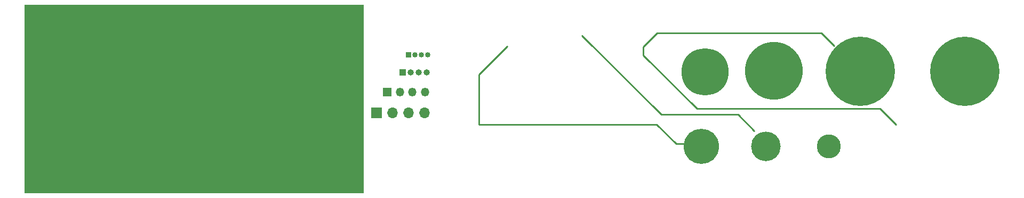
<source format=gbl>
G04 #@! TF.GenerationSoftware,KiCad,Pcbnew,8.0.5*
G04 #@! TF.CreationDate,2024-09-12T21:57:31+02:00*
G04 #@! TF.ProjectId,Ruler_IPRL_KiCad,52756c65-725f-4495-9052-4c5f4b694361,rev?*
G04 #@! TF.SameCoordinates,Original*
G04 #@! TF.FileFunction,Copper,L2,Bot*
G04 #@! TF.FilePolarity,Positive*
%FSLAX46Y46*%
G04 Gerber Fmt 4.6, Leading zero omitted, Abs format (unit mm)*
G04 Created by KiCad (PCBNEW 8.0.5) date 2024-09-12 21:57:31*
%MOMM*%
%LPD*%
G01*
G04 APERTURE LIST*
G04 #@! TA.AperFunction,ComponentPad*
%ADD10R,0.850000X0.850000*%
G04 #@! TD*
G04 #@! TA.AperFunction,ComponentPad*
%ADD11O,0.850000X0.850000*%
G04 #@! TD*
G04 #@! TA.AperFunction,ComponentPad*
%ADD12R,1.000000X1.000000*%
G04 #@! TD*
G04 #@! TA.AperFunction,ComponentPad*
%ADD13O,1.000000X1.000000*%
G04 #@! TD*
G04 #@! TA.AperFunction,ComponentPad*
%ADD14C,7.500000*%
G04 #@! TD*
G04 #@! TA.AperFunction,ComponentPad*
%ADD15C,11.000000*%
G04 #@! TD*
G04 #@! TA.AperFunction,ComponentPad*
%ADD16C,4.700000*%
G04 #@! TD*
G04 #@! TA.AperFunction,ComponentPad*
%ADD17C,3.800000*%
G04 #@! TD*
G04 #@! TA.AperFunction,ComponentPad*
%ADD18R,1.350000X1.350000*%
G04 #@! TD*
G04 #@! TA.AperFunction,ComponentPad*
%ADD19O,1.350000X1.350000*%
G04 #@! TD*
G04 #@! TA.AperFunction,ComponentPad*
%ADD20C,5.600000*%
G04 #@! TD*
G04 #@! TA.AperFunction,ComponentPad*
%ADD21R,1.700000X1.700000*%
G04 #@! TD*
G04 #@! TA.AperFunction,ComponentPad*
%ADD22O,1.700000X1.700000*%
G04 #@! TD*
G04 #@! TA.AperFunction,ComponentPad*
%ADD23C,9.200000*%
G04 #@! TD*
G04 #@! TA.AperFunction,Conductor*
%ADD24C,0.250000*%
G04 #@! TD*
G04 APERTURE END LIST*
G04 #@! TA.AperFunction,Conductor*
G36*
X75000000Y-85000000D02*
G01*
X128885000Y-85000000D01*
X128885000Y-115000000D01*
X75000000Y-115000000D01*
X75000000Y-85000000D01*
G37*
G04 #@! TD.AperFunction*
D10*
X136000000Y-93010000D03*
D11*
X137000000Y-93010000D03*
X138000000Y-93010000D03*
X139000000Y-93010000D03*
D12*
X135020000Y-95740000D03*
D13*
X136290000Y-95740000D03*
X137560000Y-95740000D03*
X138830000Y-95740000D03*
D14*
X183050000Y-95650000D03*
D15*
X207675000Y-95625000D03*
D16*
X192730000Y-107542500D03*
D17*
X202660000Y-107500000D03*
D15*
X224300000Y-95625000D03*
D18*
X132600000Y-98870000D03*
D19*
X134600000Y-98870000D03*
X136600000Y-98870000D03*
X138600000Y-98870000D03*
D20*
X182470000Y-107500000D03*
D21*
X130900000Y-102220000D03*
D22*
X133440000Y-102220000D03*
X135980000Y-102220000D03*
X138520000Y-102220000D03*
D23*
X194000000Y-95525000D03*
D24*
X188267500Y-102500000D02*
X190838489Y-105070989D01*
X176150000Y-102500000D02*
X182810000Y-102500000D01*
X213350000Y-104030000D02*
X210840000Y-101520000D01*
X175460000Y-89500000D02*
X187930000Y-89500000D01*
X181759418Y-101520000D02*
X173270000Y-93030582D01*
X163540000Y-89890000D02*
X176150000Y-102500000D01*
X210840000Y-101520000D02*
X181759418Y-101520000D01*
X187930000Y-89500000D02*
X201525000Y-89500000D01*
X182810000Y-102500000D02*
X188267500Y-102500000D01*
X201525000Y-89500000D02*
X203556103Y-91531103D01*
X173270000Y-93030582D02*
X173270000Y-91690000D01*
X173270000Y-91690000D02*
X175460000Y-89500000D01*
X147200000Y-104030000D02*
X147200000Y-96070000D01*
X178450000Y-107100000D02*
X175380000Y-104030000D01*
X147200000Y-96070000D02*
X151630000Y-91640000D01*
X182920000Y-107100000D02*
X178450000Y-107100000D01*
X175380000Y-104030000D02*
X147200000Y-104030000D01*
M02*

</source>
